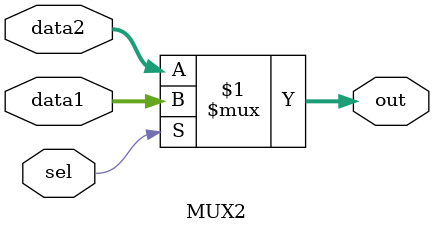
<source format=v>
`timescale 1ns / 1ps

/*
    ================================   MUX2 module   ================================
    Author:         Wintermelon
    Last Edit:      2022.3.31

    This is a very simple 2-1 mux.
    case(signal)
        0 - data1
        1 - data2
*/

module MUX2 
#(
    parameter DATA_WIDTH = 32           
)
(
    input [DATA_WIDTH-1 : 0] data1, data2,
    input  sel,
    output [DATA_WIDTH-1 : 0] out
);

    assign out = (sel) ? data1 : data2;
endmodule



</source>
